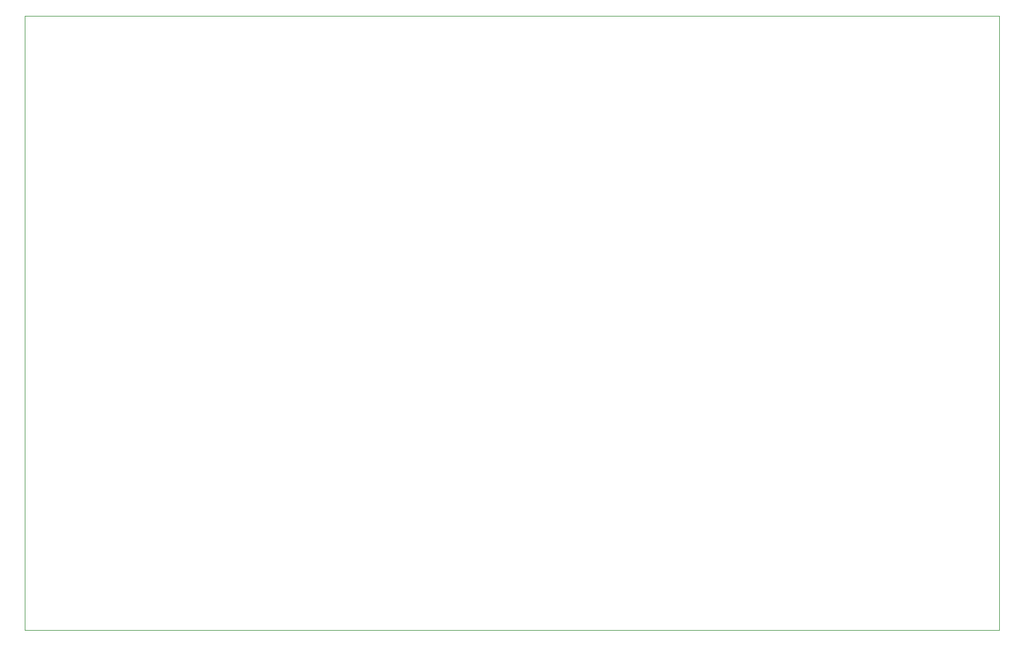
<source format=gm1>
%TF.GenerationSoftware,KiCad,Pcbnew,7.0.6*%
%TF.CreationDate,2024-11-05T16:19:32-08:00*%
%TF.ProjectId,LED-Driver,4c45442d-4472-4697-9665-722e6b696361,rev?*%
%TF.SameCoordinates,Original*%
%TF.FileFunction,Profile,NP*%
%FSLAX46Y46*%
G04 Gerber Fmt 4.6, Leading zero omitted, Abs format (unit mm)*
G04 Created by KiCad (PCBNEW 7.0.6) date 2024-11-05 16:19:32*
%MOMM*%
%LPD*%
G01*
G04 APERTURE LIST*
%TA.AperFunction,Profile*%
%ADD10C,0.100000*%
%TD*%
G04 APERTURE END LIST*
D10*
X216015838Y-48895000D02*
X216015838Y-137160000D01*
X76230838Y-137160000D02*
X76230838Y-48895000D01*
X76230838Y-48895000D02*
X216015838Y-48895000D01*
X216015838Y-137160000D02*
X76230838Y-137160000D01*
M02*

</source>
